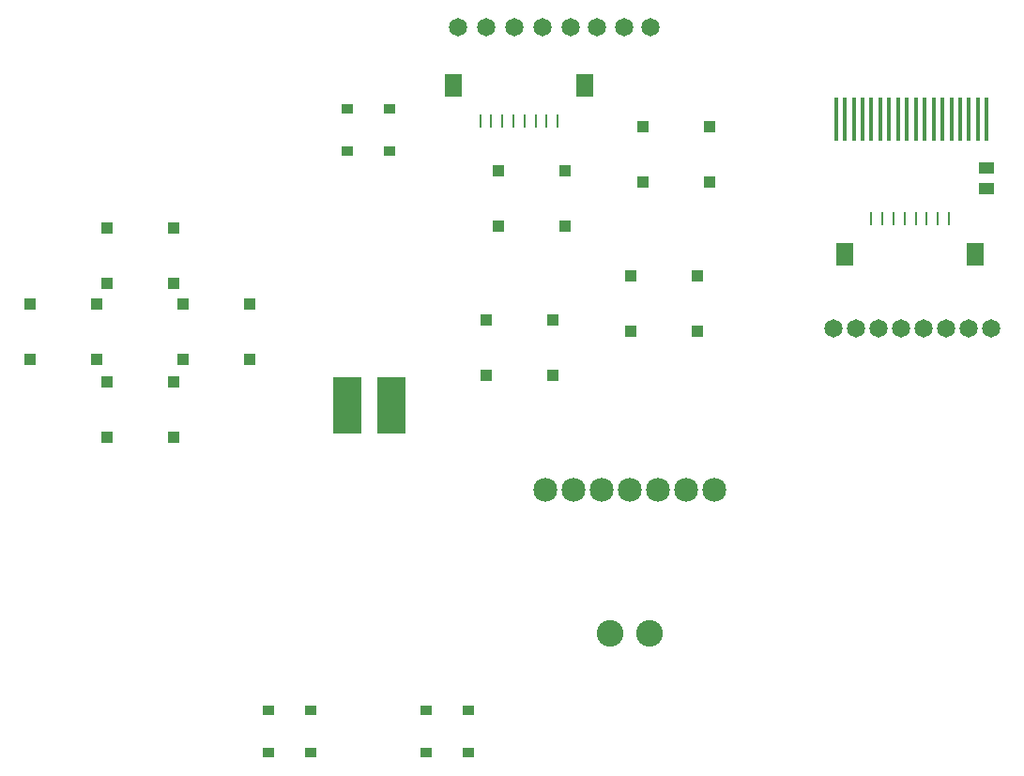
<source format=gbr>
G04 EAGLE Gerber X2 export*
%TF.Part,Single*%
%TF.FileFunction,Paste,Top*%
%TF.FilePolarity,Positive*%
%TF.GenerationSoftware,Autodesk,EAGLE,9.0.0*%
%TF.CreationDate,2018-08-21T14:51:34Z*%
G75*
%MOMM*%
%FSLAX34Y34*%
%LPD*%
%AMOC8*
5,1,8,0,0,1.08239X$1,22.5*%
G01*
%ADD10R,1.000000X1.100000*%
%ADD11R,0.250000X1.250000*%
%ADD12R,1.650000X2.050000*%
%ADD13R,1.016000X0.889000*%
%ADD14C,2.159000*%
%ADD15C,2.413000*%
%ADD16R,2.540000X5.080000*%
%ADD17C,1.651000*%
%ADD18R,0.400000X4.000000*%
%ADD19R,1.397000X1.016000*%


D10*
X1007590Y691750D03*
X1007590Y641750D03*
X1067590Y691750D03*
X1067590Y641750D03*
X876780Y652380D03*
X876780Y602380D03*
X936780Y652380D03*
X936780Y602380D03*
X535150Y596500D03*
X535150Y546500D03*
X595150Y596500D03*
X595150Y546500D03*
X465300Y666350D03*
X465300Y616350D03*
X525300Y666350D03*
X525300Y616350D03*
X603730Y666350D03*
X603730Y616350D03*
X663730Y666350D03*
X663730Y616350D03*
D11*
X941463Y831418D03*
X931463Y831418D03*
X921463Y831418D03*
X911463Y831418D03*
X901463Y831418D03*
X891463Y831418D03*
X881463Y831418D03*
X871463Y831418D03*
D12*
X847463Y863918D03*
X965463Y863918D03*
D10*
X535150Y734930D03*
X535150Y684930D03*
X595150Y734930D03*
X595150Y684930D03*
X1018385Y826370D03*
X1018385Y776370D03*
X1078385Y826370D03*
X1078385Y776370D03*
X887575Y787000D03*
X887575Y737000D03*
X947575Y787000D03*
X947575Y737000D03*
D13*
X680720Y299720D03*
X718820Y299720D03*
X718820Y261620D03*
X680720Y261620D03*
X822960Y299720D03*
X861060Y299720D03*
X861060Y261620D03*
X822960Y261620D03*
X751205Y842328D03*
X789305Y842328D03*
X789305Y804228D03*
X751205Y804228D03*
D14*
X1082802Y498602D03*
X1057402Y498602D03*
X1032002Y498602D03*
X1006602Y498602D03*
X981202Y498602D03*
X955802Y498602D03*
X930402Y498602D03*
D15*
X1024382Y369062D03*
X988822Y369062D03*
D16*
X751840Y575310D03*
X791210Y575310D03*
D17*
X1001268Y916178D03*
X977138Y916178D03*
X953008Y916178D03*
X927608Y916178D03*
X902208Y916178D03*
X876808Y916178D03*
X851408Y916178D03*
X1025398Y916178D03*
D18*
X1256399Y833003D03*
X1264399Y833003D03*
X1248399Y833003D03*
X1240399Y833003D03*
X1232399Y833003D03*
X1224399Y833003D03*
X1216399Y833003D03*
X1208399Y833003D03*
X1272399Y833003D03*
X1280399Y833003D03*
X1288399Y833003D03*
X1296399Y833003D03*
X1304399Y833003D03*
X1312399Y833003D03*
X1200399Y833003D03*
X1192399Y833003D03*
X1320399Y833003D03*
X1328399Y833003D03*
D19*
X1327785Y770636D03*
X1327785Y789432D03*
D11*
X1224332Y743573D03*
X1234332Y743573D03*
X1244332Y743573D03*
X1254332Y743573D03*
X1264332Y743573D03*
X1274332Y743573D03*
X1284332Y743573D03*
X1294332Y743573D03*
D12*
X1318332Y711073D03*
X1200332Y711073D03*
D17*
X1189863Y644652D03*
X1210183Y644652D03*
X1230503Y644652D03*
X1250823Y644652D03*
X1271143Y644652D03*
X1291463Y644652D03*
X1311783Y644652D03*
X1332103Y644652D03*
M02*

</source>
